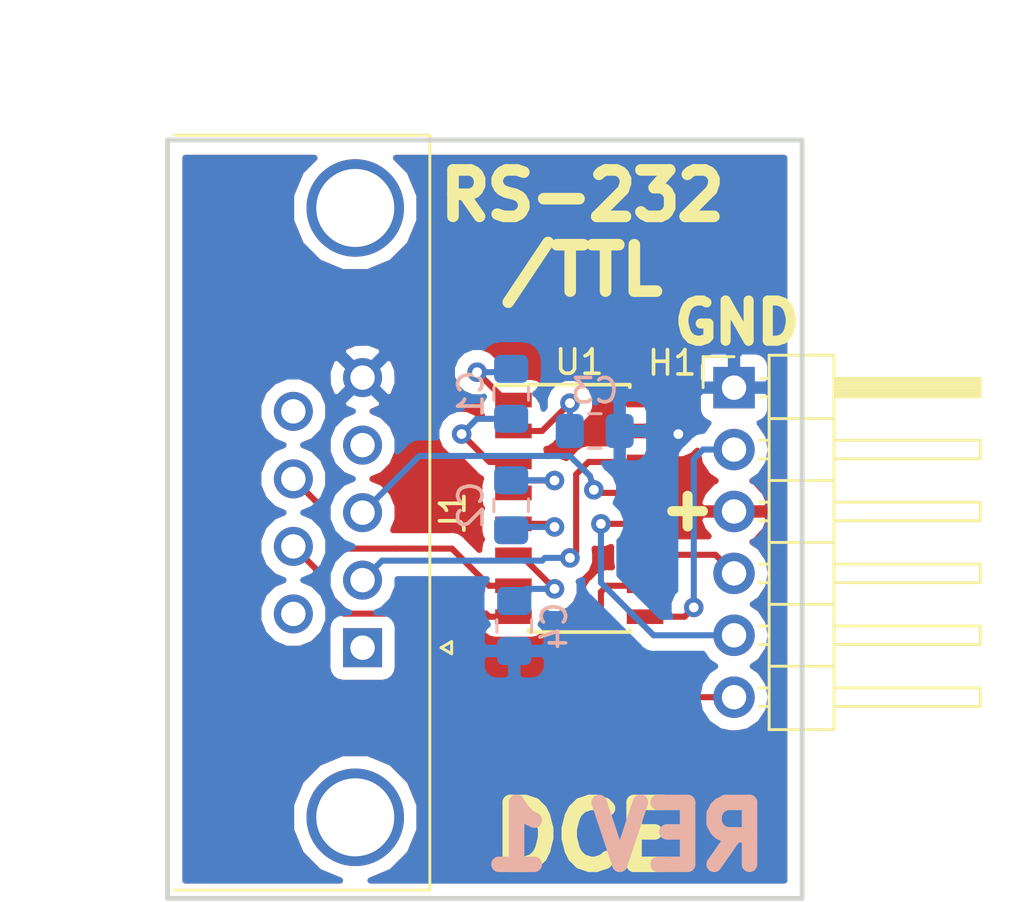
<source format=kicad_pcb>
(kicad_pcb (version 20171130) (host pcbnew "(5.0.2)-1")

  (general
    (thickness 1.6)
    (drawings 11)
    (tracks 84)
    (zones 0)
    (modules 7)
    (nets 18)
  )

  (page A4)
  (layers
    (0 F.Cu signal)
    (31 B.Cu signal)
    (32 B.Adhes user)
    (33 F.Adhes user)
    (34 B.Paste user hide)
    (35 F.Paste user)
    (36 B.SilkS user)
    (37 F.SilkS user)
    (38 B.Mask user)
    (39 F.Mask user)
    (40 Dwgs.User user)
    (41 Cmts.User user)
    (42 Eco1.User user)
    (43 Eco2.User user)
    (44 Edge.Cuts user)
    (45 Margin user)
    (46 B.CrtYd user hide)
    (47 F.CrtYd user hide)
    (48 B.Fab user hide)
    (49 F.Fab user hide)
  )

  (setup
    (last_trace_width 0.25)
    (trace_clearance 0.2)
    (zone_clearance 0.508)
    (zone_45_only no)
    (trace_min 0.2)
    (segment_width 0.2)
    (edge_width 0.15)
    (via_size 0.8)
    (via_drill 0.4)
    (via_min_size 0.4)
    (via_min_drill 0.3)
    (uvia_size 0.3)
    (uvia_drill 0.1)
    (uvias_allowed no)
    (uvia_min_size 0.2)
    (uvia_min_drill 0.1)
    (pcb_text_width 0.3)
    (pcb_text_size 1.5 1.5)
    (mod_edge_width 0.15)
    (mod_text_size 1 1)
    (mod_text_width 0.15)
    (pad_size 1.524 1.524)
    (pad_drill 0.762)
    (pad_to_mask_clearance 0.051)
    (solder_mask_min_width 0.25)
    (aux_axis_origin 0 0)
    (visible_elements 7FFFFFFF)
    (pcbplotparams
      (layerselection 0x010fc_ffffffff)
      (usegerberextensions false)
      (usegerberattributes false)
      (usegerberadvancedattributes false)
      (creategerberjobfile false)
      (excludeedgelayer true)
      (linewidth 0.100000)
      (plotframeref false)
      (viasonmask false)
      (mode 1)
      (useauxorigin false)
      (hpglpennumber 1)
      (hpglpenspeed 20)
      (hpglpendiameter 15.000000)
      (psnegative false)
      (psa4output false)
      (plotreference true)
      (plotvalue true)
      (plotinvisibletext false)
      (padsonsilk false)
      (subtractmaskfromsilk false)
      (outputformat 1)
      (mirror false)
      (drillshape 0)
      (scaleselection 1)
      (outputdirectory "plots/"))
  )

  (net 0 "")
  (net 1 "Net-(C1-Pad1)")
  (net 2 "Net-(C1-Pad2)")
  (net 3 "Net-(C2-Pad2)")
  (net 4 "Net-(C2-Pad1)")
  (net 5 GND)
  (net 6 "Net-(C3-Pad2)")
  (net 7 "Net-(C4-Pad2)")
  (net 8 /VCC)
  (net 9 /TXD)
  (net 10 /RXD)
  (net 11 /CTS)
  (net 12 /RTS)
  (net 13 "Net-(H1-Pad2)")
  (net 14 "Net-(H1-Pad4)")
  (net 15 "Net-(H1-Pad5)")
  (net 16 "Net-(H1-Pad6)")
  (net 17 "Net-(J1-Pad0)")

  (net_class Default "This is the default net class."
    (clearance 0.2)
    (trace_width 0.25)
    (via_dia 0.8)
    (via_drill 0.4)
    (uvia_dia 0.3)
    (uvia_drill 0.1)
    (add_net /CTS)
    (add_net /RTS)
    (add_net /RXD)
    (add_net /TXD)
    (add_net /VCC)
    (add_net GND)
    (add_net "Net-(C1-Pad1)")
    (add_net "Net-(C1-Pad2)")
    (add_net "Net-(C2-Pad1)")
    (add_net "Net-(C2-Pad2)")
    (add_net "Net-(C3-Pad2)")
    (add_net "Net-(C4-Pad2)")
    (add_net "Net-(H1-Pad2)")
    (add_net "Net-(H1-Pad4)")
    (add_net "Net-(H1-Pad5)")
    (add_net "Net-(H1-Pad6)")
    (add_net "Net-(J1-Pad0)")
  )

  (module Capacitor_SMD:C_0805_2012Metric_Pad1.15x1.40mm_HandSolder (layer B.Cu) (tedit 5B36C52B) (tstamp 5D73A77F)
    (at 14.097 10.414 270)
    (descr "Capacitor SMD 0805 (2012 Metric), square (rectangular) end terminal, IPC_7351 nominal with elongated pad for handsoldering. (Body size source: https://docs.google.com/spreadsheets/d/1BsfQQcO9C6DZCsRaXUlFlo91Tg2WpOkGARC1WS5S8t0/edit?usp=sharing), generated with kicad-footprint-generator")
    (tags "capacitor handsolder")
    (path /5D728776)
    (attr smd)
    (fp_text reference C1 (at 0 1.65 270) (layer B.SilkS)
      (effects (font (size 1 1) (thickness 0.15)) (justify mirror))
    )
    (fp_text value 0.1uF (at 0 -1.65 270) (layer B.Fab)
      (effects (font (size 1 1) (thickness 0.15)) (justify mirror))
    )
    (fp_line (start -1 -0.6) (end -1 0.6) (layer B.Fab) (width 0.1))
    (fp_line (start -1 0.6) (end 1 0.6) (layer B.Fab) (width 0.1))
    (fp_line (start 1 0.6) (end 1 -0.6) (layer B.Fab) (width 0.1))
    (fp_line (start 1 -0.6) (end -1 -0.6) (layer B.Fab) (width 0.1))
    (fp_line (start -0.261252 0.71) (end 0.261252 0.71) (layer B.SilkS) (width 0.12))
    (fp_line (start -0.261252 -0.71) (end 0.261252 -0.71) (layer B.SilkS) (width 0.12))
    (fp_line (start -1.85 -0.95) (end -1.85 0.95) (layer B.CrtYd) (width 0.05))
    (fp_line (start -1.85 0.95) (end 1.85 0.95) (layer B.CrtYd) (width 0.05))
    (fp_line (start 1.85 0.95) (end 1.85 -0.95) (layer B.CrtYd) (width 0.05))
    (fp_line (start 1.85 -0.95) (end -1.85 -0.95) (layer B.CrtYd) (width 0.05))
    (fp_text user %R (at -0.508 -1.397 270) (layer B.Fab)
      (effects (font (size 0.5 0.5) (thickness 0.08)) (justify mirror))
    )
    (pad 1 smd roundrect (at -1.025 0 270) (size 1.15 1.4) (layers B.Cu B.Paste B.Mask) (roundrect_rratio 0.217391)
      (net 1 "Net-(C1-Pad1)"))
    (pad 2 smd roundrect (at 1.025 0 270) (size 1.15 1.4) (layers B.Cu B.Paste B.Mask) (roundrect_rratio 0.217391)
      (net 2 "Net-(C1-Pad2)"))
    (model ${KISYS3DMOD}/Capacitor_SMD.3dshapes/C_0805_2012Metric.wrl
      (at (xyz 0 0 0))
      (scale (xyz 1 1 1))
      (rotate (xyz 0 0 0))
    )
  )

  (module Capacitor_SMD:C_0805_2012Metric_Pad1.15x1.40mm_HandSolder (layer B.Cu) (tedit 5B36C52B) (tstamp 5D73A790)
    (at 14.097 14.986 270)
    (descr "Capacitor SMD 0805 (2012 Metric), square (rectangular) end terminal, IPC_7351 nominal with elongated pad for handsoldering. (Body size source: https://docs.google.com/spreadsheets/d/1BsfQQcO9C6DZCsRaXUlFlo91Tg2WpOkGARC1WS5S8t0/edit?usp=sharing), generated with kicad-footprint-generator")
    (tags "capacitor handsolder")
    (path /5D728CCE)
    (attr smd)
    (fp_text reference C2 (at 0 1.65 270) (layer B.SilkS)
      (effects (font (size 1 1) (thickness 0.15)) (justify mirror))
    )
    (fp_text value 0.1uF (at 0 -1.65 270) (layer B.Fab)
      (effects (font (size 1 1) (thickness 0.15)) (justify mirror))
    )
    (fp_text user %R (at 0 0 270) (layer B.Fab)
      (effects (font (size 0.5 0.5) (thickness 0.08)) (justify mirror))
    )
    (fp_line (start 1.85 -0.95) (end -1.85 -0.95) (layer B.CrtYd) (width 0.05))
    (fp_line (start 1.85 0.95) (end 1.85 -0.95) (layer B.CrtYd) (width 0.05))
    (fp_line (start -1.85 0.95) (end 1.85 0.95) (layer B.CrtYd) (width 0.05))
    (fp_line (start -1.85 -0.95) (end -1.85 0.95) (layer B.CrtYd) (width 0.05))
    (fp_line (start -0.261252 -0.71) (end 0.261252 -0.71) (layer B.SilkS) (width 0.12))
    (fp_line (start -0.261252 0.71) (end 0.261252 0.71) (layer B.SilkS) (width 0.12))
    (fp_line (start 1 -0.6) (end -1 -0.6) (layer B.Fab) (width 0.1))
    (fp_line (start 1 0.6) (end 1 -0.6) (layer B.Fab) (width 0.1))
    (fp_line (start -1 0.6) (end 1 0.6) (layer B.Fab) (width 0.1))
    (fp_line (start -1 -0.6) (end -1 0.6) (layer B.Fab) (width 0.1))
    (pad 2 smd roundrect (at 1.025 0 270) (size 1.15 1.4) (layers B.Cu B.Paste B.Mask) (roundrect_rratio 0.217391)
      (net 3 "Net-(C2-Pad2)"))
    (pad 1 smd roundrect (at -1.025 0 270) (size 1.15 1.4) (layers B.Cu B.Paste B.Mask) (roundrect_rratio 0.217391)
      (net 4 "Net-(C2-Pad1)"))
    (model ${KISYS3DMOD}/Capacitor_SMD.3dshapes/C_0805_2012Metric.wrl
      (at (xyz 0 0 0))
      (scale (xyz 1 1 1))
      (rotate (xyz 0 0 0))
    )
  )

  (module Capacitor_SMD:C_0805_2012Metric_Pad1.15x1.40mm_HandSolder (layer B.Cu) (tedit 5B36C52B) (tstamp 5D73A7A1)
    (at 17.526 11.938 180)
    (descr "Capacitor SMD 0805 (2012 Metric), square (rectangular) end terminal, IPC_7351 nominal with elongated pad for handsoldering. (Body size source: https://docs.google.com/spreadsheets/d/1BsfQQcO9C6DZCsRaXUlFlo91Tg2WpOkGARC1WS5S8t0/edit?usp=sharing), generated with kicad-footprint-generator")
    (tags "capacitor handsolder")
    (path /5D728CF8)
    (attr smd)
    (fp_text reference C3 (at 0 1.65 180) (layer B.SilkS)
      (effects (font (size 1 1) (thickness 0.15)) (justify mirror))
    )
    (fp_text value 0.1uF (at 0 -1.65 180) (layer B.Fab)
      (effects (font (size 1 1) (thickness 0.15)) (justify mirror))
    )
    (fp_line (start -1 -0.6) (end -1 0.6) (layer B.Fab) (width 0.1))
    (fp_line (start -1 0.6) (end 1 0.6) (layer B.Fab) (width 0.1))
    (fp_line (start 1 0.6) (end 1 -0.6) (layer B.Fab) (width 0.1))
    (fp_line (start 1 -0.6) (end -1 -0.6) (layer B.Fab) (width 0.1))
    (fp_line (start -0.261252 0.71) (end 0.261252 0.71) (layer B.SilkS) (width 0.12))
    (fp_line (start -0.261252 -0.71) (end 0.261252 -0.71) (layer B.SilkS) (width 0.12))
    (fp_line (start -1.85 -0.95) (end -1.85 0.95) (layer B.CrtYd) (width 0.05))
    (fp_line (start -1.85 0.95) (end 1.85 0.95) (layer B.CrtYd) (width 0.05))
    (fp_line (start 1.85 0.95) (end 1.85 -0.95) (layer B.CrtYd) (width 0.05))
    (fp_line (start 1.85 -0.95) (end -1.85 -0.95) (layer B.CrtYd) (width 0.05))
    (fp_text user %R (at 0 0 180) (layer B.Fab)
      (effects (font (size 0.5 0.5) (thickness 0.08)) (justify mirror))
    )
    (pad 1 smd roundrect (at -1.025 0 180) (size 1.15 1.4) (layers B.Cu B.Paste B.Mask) (roundrect_rratio 0.217391)
      (net 5 GND))
    (pad 2 smd roundrect (at 1.025 0 180) (size 1.15 1.4) (layers B.Cu B.Paste B.Mask) (roundrect_rratio 0.217391)
      (net 6 "Net-(C3-Pad2)"))
    (model ${KISYS3DMOD}/Capacitor_SMD.3dshapes/C_0805_2012Metric.wrl
      (at (xyz 0 0 0))
      (scale (xyz 1 1 1))
      (rotate (xyz 0 0 0))
    )
  )

  (module Capacitor_SMD:C_0805_2012Metric_Pad1.15x1.40mm_HandSolder (layer B.Cu) (tedit 5B36C52B) (tstamp 5D73A7B2)
    (at 14.224 19.939 90)
    (descr "Capacitor SMD 0805 (2012 Metric), square (rectangular) end terminal, IPC_7351 nominal with elongated pad for handsoldering. (Body size source: https://docs.google.com/spreadsheets/d/1BsfQQcO9C6DZCsRaXUlFlo91Tg2WpOkGARC1WS5S8t0/edit?usp=sharing), generated with kicad-footprint-generator")
    (tags "capacitor handsolder")
    (path /5D728D2A)
    (attr smd)
    (fp_text reference C4 (at 0 1.65 90) (layer B.SilkS)
      (effects (font (size 1 1) (thickness 0.15)) (justify mirror))
    )
    (fp_text value 0.1uF (at 0 -1.65 90) (layer B.Fab)
      (effects (font (size 1 1) (thickness 0.15)) (justify mirror))
    )
    (fp_text user %R (at 0 0 90) (layer B.Fab)
      (effects (font (size 0.5 0.5) (thickness 0.08)) (justify mirror))
    )
    (fp_line (start 1.85 -0.95) (end -1.85 -0.95) (layer B.CrtYd) (width 0.05))
    (fp_line (start 1.85 0.95) (end 1.85 -0.95) (layer B.CrtYd) (width 0.05))
    (fp_line (start -1.85 0.95) (end 1.85 0.95) (layer B.CrtYd) (width 0.05))
    (fp_line (start -1.85 -0.95) (end -1.85 0.95) (layer B.CrtYd) (width 0.05))
    (fp_line (start -0.261252 -0.71) (end 0.261252 -0.71) (layer B.SilkS) (width 0.12))
    (fp_line (start -0.261252 0.71) (end 0.261252 0.71) (layer B.SilkS) (width 0.12))
    (fp_line (start 1 -0.6) (end -1 -0.6) (layer B.Fab) (width 0.1))
    (fp_line (start 1 0.6) (end 1 -0.6) (layer B.Fab) (width 0.1))
    (fp_line (start -1 0.6) (end 1 0.6) (layer B.Fab) (width 0.1))
    (fp_line (start -1 -0.6) (end -1 0.6) (layer B.Fab) (width 0.1))
    (pad 2 smd roundrect (at 1.025 0 90) (size 1.15 1.4) (layers B.Cu B.Paste B.Mask) (roundrect_rratio 0.217391)
      (net 7 "Net-(C4-Pad2)"))
    (pad 1 smd roundrect (at -1.025 0 90) (size 1.15 1.4) (layers B.Cu B.Paste B.Mask) (roundrect_rratio 0.217391)
      (net 5 GND))
    (model ${KISYS3DMOD}/Capacitor_SMD.3dshapes/C_0805_2012Metric.wrl
      (at (xyz 0 0 0))
      (scale (xyz 1 1 1))
      (rotate (xyz 0 0 0))
    )
  )

  (module Connector_PinHeader_2.54mm:PinHeader_1x06_P2.54mm_Horizontal (layer F.Cu) (tedit 5D7597C5) (tstamp 5D73A819)
    (at 23.241 10.16)
    (descr "Through hole angled pin header, 1x06, 2.54mm pitch, 6mm pin length, single row")
    (tags "Through hole angled pin header THT 1x06 2.54mm single row")
    (path /5D75AD29)
    (fp_text reference H1 (at -2.54 -1.016) (layer F.SilkS)
      (effects (font (size 1 1) (thickness 0.15)))
    )
    (fp_text value FTDI-Slave (at 4.385 14.97) (layer F.Fab)
      (effects (font (size 1 1) (thickness 0.15)))
    )
    (fp_line (start 2.135 -1.27) (end 4.04 -1.27) (layer F.Fab) (width 0.1))
    (fp_line (start 4.04 -1.27) (end 4.04 13.97) (layer F.Fab) (width 0.1))
    (fp_line (start 4.04 13.97) (end 1.5 13.97) (layer F.Fab) (width 0.1))
    (fp_line (start 1.5 13.97) (end 1.5 -0.635) (layer F.Fab) (width 0.1))
    (fp_line (start 1.5 -0.635) (end 2.135 -1.27) (layer F.Fab) (width 0.1))
    (fp_line (start -0.32 -0.32) (end 1.5 -0.32) (layer F.Fab) (width 0.1))
    (fp_line (start -0.32 -0.32) (end -0.32 0.32) (layer F.Fab) (width 0.1))
    (fp_line (start -0.32 0.32) (end 1.5 0.32) (layer F.Fab) (width 0.1))
    (fp_line (start 4.04 -0.32) (end 10.04 -0.32) (layer F.Fab) (width 0.1))
    (fp_line (start 10.04 -0.32) (end 10.04 0.32) (layer F.Fab) (width 0.1))
    (fp_line (start 4.04 0.32) (end 10.04 0.32) (layer F.Fab) (width 0.1))
    (fp_line (start -0.32 2.22) (end 1.5 2.22) (layer F.Fab) (width 0.1))
    (fp_line (start -0.32 2.22) (end -0.32 2.86) (layer F.Fab) (width 0.1))
    (fp_line (start -0.32 2.86) (end 1.5 2.86) (layer F.Fab) (width 0.1))
    (fp_line (start 4.04 2.22) (end 10.04 2.22) (layer F.Fab) (width 0.1))
    (fp_line (start 10.04 2.22) (end 10.04 2.86) (layer F.Fab) (width 0.1))
    (fp_line (start 4.04 2.86) (end 10.04 2.86) (layer F.Fab) (width 0.1))
    (fp_line (start -0.32 4.76) (end 1.5 4.76) (layer F.Fab) (width 0.1))
    (fp_line (start -0.32 4.76) (end -0.32 5.4) (layer F.Fab) (width 0.1))
    (fp_line (start -0.32 5.4) (end 1.5 5.4) (layer F.Fab) (width 0.1))
    (fp_line (start 4.04 4.76) (end 10.04 4.76) (layer F.Fab) (width 0.1))
    (fp_line (start 10.04 4.76) (end 10.04 5.4) (layer F.Fab) (width 0.1))
    (fp_line (start 4.04 5.4) (end 10.04 5.4) (layer F.Fab) (width 0.1))
    (fp_line (start -0.32 7.3) (end 1.5 7.3) (layer F.Fab) (width 0.1))
    (fp_line (start -0.32 7.3) (end -0.32 7.94) (layer F.Fab) (width 0.1))
    (fp_line (start -0.32 7.94) (end 1.5 7.94) (layer F.Fab) (width 0.1))
    (fp_line (start 4.04 7.3) (end 10.04 7.3) (layer F.Fab) (width 0.1))
    (fp_line (start 10.04 7.3) (end 10.04 7.94) (layer F.Fab) (width 0.1))
    (fp_line (start 4.04 7.94) (end 10.04 7.94) (layer F.Fab) (width 0.1))
    (fp_line (start -0.32 9.84) (end 1.5 9.84) (layer F.Fab) (width 0.1))
    (fp_line (start -0.32 9.84) (end -0.32 10.48) (layer F.Fab) (width 0.1))
    (fp_line (start -0.32 10.48) (end 1.5 10.48) (layer F.Fab) (width 0.1))
    (fp_line (start 4.04 9.84) (end 10.04 9.84) (layer F.Fab) (width 0.1))
    (fp_line (start 10.04 9.84) (end 10.04 10.48) (layer F.Fab) (width 0.1))
    (fp_line (start 4.04 10.48) (end 10.04 10.48) (layer F.Fab) (width 0.1))
    (fp_line (start -0.32 12.38) (end 1.5 12.38) (layer F.Fab) (width 0.1))
    (fp_line (start -0.32 12.38) (end -0.32 13.02) (layer F.Fab) (width 0.1))
    (fp_line (start -0.32 13.02) (end 1.5 13.02) (layer F.Fab) (width 0.1))
    (fp_line (start 4.04 12.38) (end 10.04 12.38) (layer F.Fab) (width 0.1))
    (fp_line (start 10.04 12.38) (end 10.04 13.02) (layer F.Fab) (width 0.1))
    (fp_line (start 4.04 13.02) (end 10.04 13.02) (layer F.Fab) (width 0.1))
    (fp_line (start 1.44 -1.33) (end 1.44 14.03) (layer F.SilkS) (width 0.12))
    (fp_line (start 1.44 14.03) (end 4.1 14.03) (layer F.SilkS) (width 0.12))
    (fp_line (start 4.1 14.03) (end 4.1 -1.33) (layer F.SilkS) (width 0.12))
    (fp_line (start 4.1 -1.33) (end 1.44 -1.33) (layer F.SilkS) (width 0.12))
    (fp_line (start 4.1 -0.38) (end 10.1 -0.38) (layer F.SilkS) (width 0.12))
    (fp_line (start 10.1 -0.38) (end 10.1 0.38) (layer F.SilkS) (width 0.12))
    (fp_line (start 10.1 0.38) (end 4.1 0.38) (layer F.SilkS) (width 0.12))
    (fp_line (start 4.1 -0.32) (end 10.1 -0.32) (layer F.SilkS) (width 0.12))
    (fp_line (start 4.1 -0.2) (end 10.1 -0.2) (layer F.SilkS) (width 0.12))
    (fp_line (start 4.1 -0.08) (end 10.1 -0.08) (layer F.SilkS) (width 0.12))
    (fp_line (start 4.1 0.04) (end 10.1 0.04) (layer F.SilkS) (width 0.12))
    (fp_line (start 4.1 0.16) (end 10.1 0.16) (layer F.SilkS) (width 0.12))
    (fp_line (start 4.1 0.28) (end 10.1 0.28) (layer F.SilkS) (width 0.12))
    (fp_line (start 1.11 -0.38) (end 1.44 -0.38) (layer F.SilkS) (width 0.12))
    (fp_line (start 1.11 0.38) (end 1.44 0.38) (layer F.SilkS) (width 0.12))
    (fp_line (start 1.44 1.27) (end 4.1 1.27) (layer F.SilkS) (width 0.12))
    (fp_line (start 4.1 2.16) (end 10.1 2.16) (layer F.SilkS) (width 0.12))
    (fp_line (start 10.1 2.16) (end 10.1 2.92) (layer F.SilkS) (width 0.12))
    (fp_line (start 10.1 2.92) (end 4.1 2.92) (layer F.SilkS) (width 0.12))
    (fp_line (start 1.042929 2.16) (end 1.44 2.16) (layer F.SilkS) (width 0.12))
    (fp_line (start 1.042929 2.92) (end 1.44 2.92) (layer F.SilkS) (width 0.12))
    (fp_line (start 1.44 3.81) (end 4.1 3.81) (layer F.SilkS) (width 0.12))
    (fp_line (start 4.1 4.7) (end 10.1 4.7) (layer F.SilkS) (width 0.12))
    (fp_line (start 10.1 4.7) (end 10.1 5.46) (layer F.SilkS) (width 0.12))
    (fp_line (start 10.1 5.46) (end 4.1 5.46) (layer F.SilkS) (width 0.12))
    (fp_line (start 1.042929 4.7) (end 1.44 4.7) (layer F.SilkS) (width 0.12))
    (fp_line (start 1.042929 5.46) (end 1.44 5.46) (layer F.SilkS) (width 0.12))
    (fp_line (start 1.44 6.35) (end 4.1 6.35) (layer F.SilkS) (width 0.12))
    (fp_line (start 4.1 7.24) (end 10.1 7.24) (layer F.SilkS) (width 0.12))
    (fp_line (start 10.1 7.24) (end 10.1 8) (layer F.SilkS) (width 0.12))
    (fp_line (start 10.1 8) (end 4.1 8) (layer F.SilkS) (width 0.12))
    (fp_line (start 1.042929 7.24) (end 1.44 7.24) (layer F.SilkS) (width 0.12))
    (fp_line (start 1.042929 8) (end 1.44 8) (layer F.SilkS) (width 0.12))
    (fp_line (start 1.44 8.89) (end 4.1 8.89) (layer F.SilkS) (width 0.12))
    (fp_line (start 4.1 9.78) (end 10.1 9.78) (layer F.SilkS) (width 0.12))
    (fp_line (start 10.1 9.78) (end 10.1 10.54) (layer F.SilkS) (width 0.12))
    (fp_line (start 10.1 10.54) (end 4.1 10.54) (layer F.SilkS) (width 0.12))
    (fp_line (start 1.042929 9.78) (end 1.44 9.78) (layer F.SilkS) (width 0.12))
    (fp_line (start 1.042929 10.54) (end 1.44 10.54) (layer F.SilkS) (width 0.12))
    (fp_line (start 1.44 11.43) (end 4.1 11.43) (layer F.SilkS) (width 0.12))
    (fp_line (start 4.1 12.32) (end 10.1 12.32) (layer F.SilkS) (width 0.12))
    (fp_line (start 10.1 12.32) (end 10.1 13.08) (layer F.SilkS) (width 0.12))
    (fp_line (start 10.1 13.08) (end 4.1 13.08) (layer F.SilkS) (width 0.12))
    (fp_line (start 1.042929 12.32) (end 1.44 12.32) (layer F.SilkS) (width 0.12))
    (fp_line (start 1.042929 13.08) (end 1.44 13.08) (layer F.SilkS) (width 0.12))
    (fp_line (start -1.27 0) (end -1.27 -1.27) (layer F.SilkS) (width 0.12))
    (fp_line (start -1.27 -1.27) (end 0 -1.27) (layer F.SilkS) (width 0.12))
    (fp_line (start -1.8 -1.8) (end -1.8 14.5) (layer F.CrtYd) (width 0.05))
    (fp_line (start -1.8 14.5) (end 10.55 14.5) (layer F.CrtYd) (width 0.05))
    (fp_line (start 10.55 14.5) (end 10.55 -1.8) (layer F.CrtYd) (width 0.05))
    (fp_line (start 10.55 -1.8) (end -1.8 -1.8) (layer F.CrtYd) (width 0.05))
    (fp_text user %R (at 2.77 6.35 90) (layer F.Fab)
      (effects (font (size 1 1) (thickness 0.15)))
    )
    (pad 1 thru_hole rect (at 0 0) (size 1.7 1.7) (drill 1) (layers *.Cu *.Mask)
      (net 5 GND))
    (pad 2 thru_hole oval (at 0 2.54) (size 1.7 1.7) (drill 1) (layers *.Cu *.Mask)
      (net 13 "Net-(H1-Pad2)"))
    (pad 3 thru_hole oval (at 0 5.08) (size 1.7 1.7) (drill 1) (layers *.Cu *.Mask)
      (net 8 /VCC))
    (pad 4 thru_hole oval (at 0 7.62) (size 1.7 1.7) (drill 1) (layers *.Cu *.Mask)
      (net 14 "Net-(H1-Pad4)"))
    (pad 5 thru_hole oval (at 0 10.16) (size 1.7 1.7) (drill 1) (layers *.Cu *.Mask)
      (net 15 "Net-(H1-Pad5)"))
    (pad 6 thru_hole oval (at 0 12.7) (size 1.7 1.7) (drill 1) (layers *.Cu *.Mask)
      (net 16 "Net-(H1-Pad6)"))
    (model ${KISYS3DMOD}/Connector_PinHeader_2.54mm.3dshapes/PinHeader_1x06_P2.54mm_Horizontal.wrl
      (at (xyz 0 0 0))
      (scale (xyz 1 1 1))
      (rotate (xyz 0 0 0))
    )
  )

  (module Connector_Dsub:DSUB-9_Female_Horizontal_P2.77x2.84mm_EdgePinOffset4.94mm_Housed_MountingHolesOffset7.48mm (layer F.Cu) (tedit 5D7597BC) (tstamp 5D73A84D)
    (at 8.001 20.828 270)
    (descr "9-pin D-Sub connector, horizontal/angled (90 deg), THT-mount, female, pitch 2.77x2.84mm, pin-PCB-offset 4.9399999999999995mm, distance of mounting holes 25mm, distance of mounting holes to PCB edge 7.4799999999999995mm, see https://disti-assets.s3.amazonaws.com/tonar/files/datasheets/16730.pdf")
    (tags "9-pin D-Sub connector horizontal angled 90deg THT female pitch 2.77x2.84mm pin-PCB-offset 4.9399999999999995mm mounting-holes-distance 25mm mounting-hole-offset 25mm")
    (path /5D72871A)
    (fp_text reference J1 (at -5.54 -3.7 270) (layer F.SilkS)
      (effects (font (size 1 1) (thickness 0.15)))
    )
    (fp_text value DB9_Female_MountingHoles (at -5.54 15.85 270) (layer F.Fab)
      (effects (font (size 1 1) (thickness 0.15)))
    )
    (fp_arc (start -18.04 0.3) (end -19.64 0.3) (angle 180) (layer F.Fab) (width 0.1))
    (fp_arc (start 6.96 0.3) (end 5.36 0.3) (angle 180) (layer F.Fab) (width 0.1))
    (fp_line (start -20.965 -2.7) (end -20.965 7.78) (layer F.Fab) (width 0.1))
    (fp_line (start -20.965 7.78) (end 9.885 7.78) (layer F.Fab) (width 0.1))
    (fp_line (start 9.885 7.78) (end 9.885 -2.7) (layer F.Fab) (width 0.1))
    (fp_line (start 9.885 -2.7) (end -20.965 -2.7) (layer F.Fab) (width 0.1))
    (fp_line (start -20.965 7.78) (end -20.965 8.18) (layer F.Fab) (width 0.1))
    (fp_line (start -20.965 8.18) (end 9.885 8.18) (layer F.Fab) (width 0.1))
    (fp_line (start 9.885 8.18) (end 9.885 7.78) (layer F.Fab) (width 0.1))
    (fp_line (start 9.885 7.78) (end -20.965 7.78) (layer F.Fab) (width 0.1))
    (fp_line (start -13.69 8.18) (end -13.69 14.35) (layer F.Fab) (width 0.1))
    (fp_line (start -13.69 14.35) (end 2.61 14.35) (layer F.Fab) (width 0.1))
    (fp_line (start 2.61 14.35) (end 2.61 8.18) (layer F.Fab) (width 0.1))
    (fp_line (start 2.61 8.18) (end -13.69 8.18) (layer F.Fab) (width 0.1))
    (fp_line (start -20.54 8.18) (end -20.54 13.18) (layer F.Fab) (width 0.1))
    (fp_line (start -20.54 13.18) (end -15.54 13.18) (layer F.Fab) (width 0.1))
    (fp_line (start -15.54 13.18) (end -15.54 8.18) (layer F.Fab) (width 0.1))
    (fp_line (start -15.54 8.18) (end -20.54 8.18) (layer F.Fab) (width 0.1))
    (fp_line (start 4.46 8.18) (end 4.46 13.18) (layer F.Fab) (width 0.1))
    (fp_line (start 4.46 13.18) (end 9.46 13.18) (layer F.Fab) (width 0.1))
    (fp_line (start 9.46 13.18) (end 9.46 8.18) (layer F.Fab) (width 0.1))
    (fp_line (start 9.46 8.18) (end 4.46 8.18) (layer F.Fab) (width 0.1))
    (fp_line (start -19.64 7.78) (end -19.64 0.3) (layer F.Fab) (width 0.1))
    (fp_line (start -16.44 7.78) (end -16.44 0.3) (layer F.Fab) (width 0.1))
    (fp_line (start 5.36 7.78) (end 5.36 0.3) (layer F.Fab) (width 0.1))
    (fp_line (start 8.56 7.78) (end 8.56 0.3) (layer F.Fab) (width 0.1))
    (fp_line (start -21.025 7.72) (end -21.025 -2.76) (layer F.SilkS) (width 0.12))
    (fp_line (start -21.025 -2.76) (end 9.945 -2.76) (layer F.SilkS) (width 0.12))
    (fp_line (start 9.945 -2.76) (end 9.945 7.72) (layer F.SilkS) (width 0.12))
    (fp_line (start -0.25 -3.654338) (end 0.25 -3.654338) (layer F.SilkS) (width 0.12))
    (fp_line (start 0.25 -3.654338) (end 0 -3.221325) (layer F.SilkS) (width 0.12))
    (fp_line (start 0 -3.221325) (end -0.25 -3.654338) (layer F.SilkS) (width 0.12))
    (fp_line (start -21.5 -3.25) (end -21.5 14.85) (layer F.CrtYd) (width 0.05))
    (fp_line (start -21.5 14.85) (end 10.4 14.85) (layer F.CrtYd) (width 0.05))
    (fp_line (start 10.4 14.85) (end 10.4 -3.25) (layer F.CrtYd) (width 0.05))
    (fp_line (start 10.4 -3.25) (end -21.5 -3.25) (layer F.CrtYd) (width 0.05))
    (fp_text user %R (at -5.54 11.265 270) (layer F.Fab)
      (effects (font (size 1 1) (thickness 0.15)))
    )
    (pad 1 thru_hole rect (at 0 0 270) (size 1.6 1.6) (drill 1) (layers *.Cu *.Mask))
    (pad 2 thru_hole circle (at -2.77 0 270) (size 1.6 1.6) (drill 1) (layers *.Cu *.Mask)
      (net 9 /TXD))
    (pad 3 thru_hole circle (at -5.54 0 270) (size 1.6 1.6) (drill 1) (layers *.Cu *.Mask)
      (net 10 /RXD))
    (pad 4 thru_hole circle (at -8.31 0 270) (size 1.6 1.6) (drill 1) (layers *.Cu *.Mask))
    (pad 5 thru_hole circle (at -11.08 0 270) (size 1.6 1.6) (drill 1) (layers *.Cu *.Mask)
      (net 5 GND))
    (pad 6 thru_hole circle (at -1.385 2.84 270) (size 1.6 1.6) (drill 1) (layers *.Cu *.Mask))
    (pad 7 thru_hole circle (at -4.155 2.84 270) (size 1.6 1.6) (drill 1) (layers *.Cu *.Mask)
      (net 11 /CTS))
    (pad 8 thru_hole circle (at -6.925 2.84 270) (size 1.6 1.6) (drill 1) (layers *.Cu *.Mask)
      (net 12 /RTS))
    (pad 9 thru_hole circle (at -9.695 2.84 270) (size 1.6 1.6) (drill 1) (layers *.Cu *.Mask))
    (pad 0 thru_hole circle (at -18.04 0.3 270) (size 4 4) (drill 3.2) (layers *.Cu *.Mask)
      (net 17 "Net-(J1-Pad0)"))
    (pad 0 thru_hole circle (at 6.96 0.3 270) (size 4 4) (drill 3.2) (layers *.Cu *.Mask)
      (net 17 "Net-(J1-Pad0)"))
    (model ${KISYS3DMOD}/Connector_Dsub.3dshapes/DSUB-9_Female_Horizontal_P2.77x2.84mm_EdgePinOffset4.94mm_Housed_MountingHolesOffset7.48mm.wrl
      (at (xyz 0 0 0))
      (scale (xyz 1 1 1))
      (rotate (xyz 0 0 0))
    )
  )

  (module Package_SO:SOIC-16_3.9x9.9mm_P1.27mm (layer F.Cu) (tedit 5A02F2D3) (tstamp 5D73A872)
    (at 16.891 15.113)
    (descr "16-Lead Plastic Small Outline (SL) - Narrow, 3.90 mm Body [SOIC] (see Microchip Packaging Specification 00000049BS.pdf)")
    (tags "SOIC 1.27")
    (path /5D7285AB)
    (attr smd)
    (fp_text reference U1 (at 0 -6) (layer F.SilkS)
      (effects (font (size 1 1) (thickness 0.15)))
    )
    (fp_text value ICL3232 (at 0 6) (layer F.Fab)
      (effects (font (size 1 1) (thickness 0.15)))
    )
    (fp_text user %R (at 0 0) (layer F.Fab)
      (effects (font (size 0.9 0.9) (thickness 0.135)))
    )
    (fp_line (start -0.95 -4.95) (end 1.95 -4.95) (layer F.Fab) (width 0.15))
    (fp_line (start 1.95 -4.95) (end 1.95 4.95) (layer F.Fab) (width 0.15))
    (fp_line (start 1.95 4.95) (end -1.95 4.95) (layer F.Fab) (width 0.15))
    (fp_line (start -1.95 4.95) (end -1.95 -3.95) (layer F.Fab) (width 0.15))
    (fp_line (start -1.95 -3.95) (end -0.95 -4.95) (layer F.Fab) (width 0.15))
    (fp_line (start -3.7 -5.25) (end -3.7 5.25) (layer F.CrtYd) (width 0.05))
    (fp_line (start 3.7 -5.25) (end 3.7 5.25) (layer F.CrtYd) (width 0.05))
    (fp_line (start -3.7 -5.25) (end 3.7 -5.25) (layer F.CrtYd) (width 0.05))
    (fp_line (start -3.7 5.25) (end 3.7 5.25) (layer F.CrtYd) (width 0.05))
    (fp_line (start -2.075 -5.075) (end -2.075 -5.05) (layer F.SilkS) (width 0.15))
    (fp_line (start 2.075 -5.075) (end 2.075 -4.97) (layer F.SilkS) (width 0.15))
    (fp_line (start 2.075 5.075) (end 2.075 4.97) (layer F.SilkS) (width 0.15))
    (fp_line (start -2.075 5.075) (end -2.075 4.97) (layer F.SilkS) (width 0.15))
    (fp_line (start -2.075 -5.075) (end 2.075 -5.075) (layer F.SilkS) (width 0.15))
    (fp_line (start -2.075 5.075) (end 2.075 5.075) (layer F.SilkS) (width 0.15))
    (fp_line (start -2.075 -5.05) (end -3.45 -5.05) (layer F.SilkS) (width 0.15))
    (pad 1 smd rect (at -2.7 -4.445) (size 1.5 0.6) (layers F.Cu F.Paste F.Mask)
      (net 1 "Net-(C1-Pad1)"))
    (pad 2 smd rect (at -2.7 -3.175) (size 1.5 0.6) (layers F.Cu F.Paste F.Mask)
      (net 6 "Net-(C3-Pad2)"))
    (pad 3 smd rect (at -2.7 -1.905) (size 1.5 0.6) (layers F.Cu F.Paste F.Mask)
      (net 2 "Net-(C1-Pad2)"))
    (pad 4 smd rect (at -2.7 -0.635) (size 1.5 0.6) (layers F.Cu F.Paste F.Mask)
      (net 4 "Net-(C2-Pad1)"))
    (pad 5 smd rect (at -2.7 0.635) (size 1.5 0.6) (layers F.Cu F.Paste F.Mask)
      (net 3 "Net-(C2-Pad2)"))
    (pad 6 smd rect (at -2.7 1.905) (size 1.5 0.6) (layers F.Cu F.Paste F.Mask)
      (net 7 "Net-(C4-Pad2)"))
    (pad 7 smd rect (at -2.7 3.175) (size 1.5 0.6) (layers F.Cu F.Paste F.Mask)
      (net 12 /RTS))
    (pad 8 smd rect (at -2.7 4.445) (size 1.5 0.6) (layers F.Cu F.Paste F.Mask)
      (net 11 /CTS))
    (pad 9 smd rect (at 2.7 4.445) (size 1.5 0.6) (layers F.Cu F.Paste F.Mask)
      (net 13 "Net-(H1-Pad2)"))
    (pad 10 smd rect (at 2.7 3.175) (size 1.5 0.6) (layers F.Cu F.Paste F.Mask)
      (net 16 "Net-(H1-Pad6)"))
    (pad 11 smd rect (at 2.7 1.905) (size 1.5 0.6) (layers F.Cu F.Paste F.Mask)
      (net 14 "Net-(H1-Pad4)"))
    (pad 12 smd rect (at 2.7 0.635) (size 1.5 0.6) (layers F.Cu F.Paste F.Mask)
      (net 15 "Net-(H1-Pad5)"))
    (pad 13 smd rect (at 2.7 -0.635) (size 1.5 0.6) (layers F.Cu F.Paste F.Mask)
      (net 10 /RXD))
    (pad 14 smd rect (at 2.7 -1.905) (size 1.5 0.6) (layers F.Cu F.Paste F.Mask)
      (net 9 /TXD))
    (pad 15 smd rect (at 2.7 -3.175) (size 1.5 0.6) (layers F.Cu F.Paste F.Mask)
      (net 5 GND))
    (pad 16 smd rect (at 2.7 -4.445) (size 1.5 0.6) (layers F.Cu F.Paste F.Mask)
      (net 8 /VCC))
    (model ${KISYS3DMOD}/Package_SO.3dshapes/SOIC-16_3.9x9.9mm_P1.27mm.wrl
      (at (xyz 0 0 0))
      (scale (xyz 1 1 1))
      (rotate (xyz 0 0 0))
    )
  )

  (gr_text "REV 1" (at 18.796 28.575) (layer B.SilkS) (tstamp 5D759E87)
    (effects (font (size 2.54 2.54) (thickness 0.635)) (justify mirror))
  )
  (gr_text + (at 21.336 15.113) (layer F.SilkS) (tstamp 5D759E02)
    (effects (font (size 1.651 1.651) (thickness 0.41275)))
  )
  (gr_text GND (at 23.368 7.493) (layer F.SilkS) (tstamp 5D73B82D)
    (effects (font (size 1.651 1.651) (thickness 0.41275)))
  )
  (gr_text "RS-232\n/TTL" (at 17.018 3.81) (layer F.SilkS) (tstamp 5D73B824)
    (effects (font (size 1.905 1.905) (thickness 0.47625)))
  )
  (gr_text DCE (at 17.145 28.575) (layer F.SilkS)
    (effects (font (size 2.54 2.54) (thickness 0.635)))
  )
  (dimension 31.115 (width 0.3) (layer Dwgs.User)
    (gr_text "1.2250 in" (at 33.215 15.5575 270) (layer Dwgs.User)
      (effects (font (size 1.5 1.5) (thickness 0.3)))
    )
    (feature1 (pts (xy 26.035 31.115) (xy 31.701421 31.115)))
    (feature2 (pts (xy 26.035 0) (xy 31.701421 0)))
    (crossbar (pts (xy 31.115 0) (xy 31.115 31.115)))
    (arrow1a (pts (xy 31.115 31.115) (xy 30.528579 29.988496)))
    (arrow1b (pts (xy 31.115 31.115) (xy 31.701421 29.988496)))
    (arrow2a (pts (xy 31.115 0) (xy 30.528579 1.126504)))
    (arrow2b (pts (xy 31.115 0) (xy 31.701421 1.126504)))
  )
  (dimension 26.035 (width 0.3) (layer Dwgs.User)
    (gr_text "1.0250 in" (at 13.0175 -4.64) (layer Dwgs.User)
      (effects (font (size 1.5 1.5) (thickness 0.3)))
    )
    (feature1 (pts (xy 26.035 0) (xy 26.035 -3.126421)))
    (feature2 (pts (xy 0 0) (xy 0 -3.126421)))
    (crossbar (pts (xy 0 -2.54) (xy 26.035 -2.54)))
    (arrow1a (pts (xy 26.035 -2.54) (xy 24.908496 -1.953579)))
    (arrow1b (pts (xy 26.035 -2.54) (xy 24.908496 -3.126421)))
    (arrow2a (pts (xy 0 -2.54) (xy 1.126504 -1.953579)))
    (arrow2b (pts (xy 0 -2.54) (xy 1.126504 -3.126421)))
  )
  (gr_line (start 0 31.115) (end 0 0) (layer Edge.Cuts) (width 0.2))
  (gr_line (start 26.035 31.115) (end 0 31.115) (layer Edge.Cuts) (width 0.2))
  (gr_line (start 26.035 0) (end 26.035 31.115) (layer Edge.Cuts) (width 0.2))
  (gr_line (start 0 0) (end 26.035 0) (layer Edge.Cuts) (width 0.2))

  (via (at 12.7 9.525) (size 0.8) (drill 0.4) (layers F.Cu B.Cu) (net 1))
  (segment (start 14.191 10.668) (end 13.843 10.668) (width 0.25) (layer F.Cu) (net 1) (status 30))
  (segment (start 13.843 10.668) (end 12.7 9.525) (width 0.25) (layer F.Cu) (net 1) (status 10))
  (segment (start 13.961 9.525) (end 14.097 9.389) (width 0.25) (layer B.Cu) (net 1) (status 30))
  (segment (start 12.7 9.525) (end 13.961 9.525) (width 0.25) (layer B.Cu) (net 1) (status 20))
  (via (at 12.065 12.065) (size 0.8) (drill 0.4) (layers F.Cu B.Cu) (net 2))
  (segment (start 14.097 11.439) (end 12.691 11.439) (width 0.25) (layer B.Cu) (net 2) (status 10))
  (segment (start 12.691 11.439) (end 12.065 12.065) (width 0.25) (layer B.Cu) (net 2))
  (segment (start 13.208 13.208) (end 14.191 13.208) (width 0.25) (layer F.Cu) (net 2) (status 20))
  (segment (start 12.065 12.065) (end 13.208 13.208) (width 0.25) (layer F.Cu) (net 2))
  (via (at 15.875 15.875) (size 0.8) (drill 0.4) (layers F.Cu B.Cu) (net 3))
  (segment (start 14.191 15.748) (end 15.748 15.748) (width 0.25) (layer F.Cu) (net 3) (status 10))
  (segment (start 15.748 15.748) (end 15.875 15.875) (width 0.25) (layer F.Cu) (net 3))
  (segment (start 14.233 15.875) (end 14.097 16.011) (width 0.25) (layer B.Cu) (net 3) (status 30))
  (segment (start 15.875 15.875) (end 14.233 15.875) (width 0.25) (layer B.Cu) (net 3) (status 20))
  (via (at 15.875 13.97) (size 0.8) (drill 0.4) (layers F.Cu B.Cu) (net 4))
  (segment (start 14.097 13.961) (end 15.866 13.961) (width 0.25) (layer B.Cu) (net 4) (status 10))
  (segment (start 15.866 13.961) (end 15.875 13.97) (width 0.25) (layer B.Cu) (net 4))
  (segment (start 14.699 13.97) (end 14.191 14.478) (width 0.25) (layer F.Cu) (net 4) (status 20))
  (segment (start 15.875 13.97) (end 14.699 13.97) (width 0.25) (layer F.Cu) (net 4))
  (segment (start 19.141 11.938) (end 19.014 12.065) (width 0.25) (layer F.Cu) (net 5) (status 30))
  (segment (start 19.591 11.938) (end 19.141 11.938) (width 0.25) (layer F.Cu) (net 5) (status 30))
  (segment (start 19.014 12.065) (end 19.014 12.101) (width 0.25) (layer F.Cu) (net 5) (status 30))
  (via (at 20.955 12.065) (size 0.8) (drill 0.4) (layers F.Cu B.Cu) (net 5))
  (segment (start 19.591 11.938) (end 20.828 11.938) (width 0.25) (layer F.Cu) (net 5) (status 10))
  (segment (start 20.828 11.938) (end 20.955 12.065) (width 0.25) (layer F.Cu) (net 5))
  (via (at 16.51 10.795) (size 0.8) (drill 0.4) (layers F.Cu B.Cu) (net 6))
  (segment (start 14.191 11.938) (end 15.367 11.938) (width 0.25) (layer F.Cu) (net 6) (status 10))
  (segment (start 15.367 11.938) (end 16.51 10.795) (width 0.25) (layer F.Cu) (net 6))
  (segment (start 16.51 11.929) (end 16.501 11.938) (width 0.25) (layer B.Cu) (net 6) (status 30))
  (segment (start 16.51 10.795) (end 16.51 11.929) (width 0.25) (layer B.Cu) (net 6) (status 20))
  (via (at 15.875 18.415) (size 0.8) (drill 0.4) (layers F.Cu B.Cu) (net 7))
  (segment (start 14.191 17.018) (end 14.478 17.018) (width 0.25) (layer F.Cu) (net 7) (status 30))
  (segment (start 14.478 17.018) (end 15.875 18.415) (width 0.25) (layer F.Cu) (net 7) (status 10))
  (segment (start 14.723 18.415) (end 14.224 18.914) (width 0.25) (layer B.Cu) (net 7) (status 30))
  (segment (start 15.875 18.415) (end 14.723 18.415) (width 0.25) (layer B.Cu) (net 7) (status 20))
  (via (at 16.51 17.145) (size 0.8) (drill 0.4) (layers F.Cu B.Cu) (net 9))
  (segment (start 8.800999 17.258001) (end 8.001 18.058) (width 0.25) (layer B.Cu) (net 9) (status 20))
  (segment (start 15.367 17.258001) (end 8.800999 17.258001) (width 0.25) (layer B.Cu) (net 9))
  (segment (start 15.480001 17.145) (end 15.367 17.258001) (width 0.25) (layer B.Cu) (net 9))
  (segment (start 16.51 17.145) (end 15.480001 17.145) (width 0.25) (layer B.Cu) (net 9))
  (segment (start 17.272 13.208) (end 19.591 13.208) (width 0.25) (layer F.Cu) (net 9))
  (segment (start 16.764 13.716) (end 17.272 13.208) (width 0.25) (layer F.Cu) (net 9))
  (segment (start 16.51 17.145) (end 16.764 16.891) (width 0.25) (layer F.Cu) (net 9))
  (segment (start 16.764 16.891) (end 16.764 13.716) (width 0.25) (layer F.Cu) (net 9))
  (segment (start 10.32599 12.96301) (end 8.001 15.288) (width 0.25) (layer B.Cu) (net 10) (status 20))
  (segment (start 17.331163 13.784173) (end 16.51 12.96301) (width 0.25) (layer B.Cu) (net 10))
  (segment (start 16.51 12.96301) (end 10.32599 12.96301) (width 0.25) (layer B.Cu) (net 10))
  (via (at 17.489 14.351) (size 0.8) (drill 0.4) (layers F.Cu B.Cu) (net 10))
  (segment (start 17.616 14.478) (end 17.489 14.351) (width 0.25) (layer F.Cu) (net 10))
  (segment (start 19.591 14.478) (end 17.616 14.478) (width 0.25) (layer F.Cu) (net 10))
  (segment (start 17.489 14.351) (end 17.331163 13.784173) (width 0.25) (layer B.Cu) (net 10))
  (segment (start 13.191 19.558) (end 13.064 19.431) (width 0.25) (layer F.Cu) (net 11))
  (segment (start 14.191 19.558) (end 13.191 19.558) (width 0.25) (layer F.Cu) (net 11) (status 10))
  (segment (start 13.064 19.431) (end 7.239 19.431) (width 0.25) (layer F.Cu) (net 11))
  (segment (start 7.239 19.431) (end 7.239 19.304) (width 0.25) (layer F.Cu) (net 11))
  (segment (start 7.239 19.304) (end 6.096 18.161) (width 0.25) (layer F.Cu) (net 11))
  (segment (start 6.096 17.608) (end 5.161 16.673) (width 0.25) (layer F.Cu) (net 11) (status 20))
  (segment (start 6.096 18.161) (end 6.096 17.608) (width 0.25) (layer F.Cu) (net 11))
  (segment (start 5.161 13.903) (end 6.35 15.092) (width 0.25) (layer F.Cu) (net 12) (status 10))
  (segment (start 6.35 15.092) (end 6.35 15.748) (width 0.25) (layer F.Cu) (net 12))
  (segment (start 6.35 15.748) (end 7.366 16.764) (width 0.25) (layer F.Cu) (net 12))
  (segment (start 7.366 16.764) (end 9.398 16.764) (width 0.25) (layer F.Cu) (net 12))
  (segment (start 11.667 16.764) (end 9.398 16.764) (width 0.25) (layer F.Cu) (net 12))
  (segment (start 13.191 18.288) (end 11.667 16.764) (width 0.25) (layer F.Cu) (net 12))
  (segment (start 14.191 18.288) (end 13.191 18.288) (width 0.25) (layer F.Cu) (net 12) (status 10))
  (via (at 21.59 19.177) (size 0.8) (drill 0.4) (layers F.Cu B.Cu) (net 13))
  (segment (start 19.591 19.558) (end 21.209 19.558) (width 0.25) (layer F.Cu) (net 13))
  (segment (start 21.209 19.558) (end 21.59 19.177) (width 0.25) (layer F.Cu) (net 13))
  (segment (start 21.971 12.7) (end 23.241 12.7) (width 0.25) (layer B.Cu) (net 13))
  (segment (start 21.59 19.177) (end 21.59 13.081) (width 0.25) (layer B.Cu) (net 13))
  (segment (start 21.59 13.081) (end 21.971 12.7) (width 0.25) (layer B.Cu) (net 13))
  (segment (start 22.479 17.018) (end 23.241 17.78) (width 0.25) (layer F.Cu) (net 14))
  (segment (start 19.591 17.018) (end 22.479 17.018) (width 0.25) (layer F.Cu) (net 14))
  (via (at 17.78 15.748) (size 0.8) (drill 0.4) (layers F.Cu B.Cu) (net 15))
  (segment (start 19.591 15.748) (end 17.78 15.748) (width 0.25) (layer F.Cu) (net 15))
  (segment (start 17.78 15.748) (end 17.78 18.161) (width 0.25) (layer B.Cu) (net 15))
  (segment (start 19.939 20.32) (end 23.241 20.32) (width 0.25) (layer B.Cu) (net 15))
  (segment (start 17.78 18.161) (end 19.939 20.32) (width 0.25) (layer B.Cu) (net 15))
  (segment (start 19.431 22.86) (end 23.241 22.86) (width 0.25) (layer F.Cu) (net 16))
  (segment (start 17.78 21.209) (end 19.431 22.86) (width 0.25) (layer F.Cu) (net 16))
  (segment (start 17.78 18.542) (end 17.78 21.209) (width 0.25) (layer F.Cu) (net 16))
  (segment (start 19.591 18.288) (end 18.034 18.288) (width 0.25) (layer F.Cu) (net 16))
  (segment (start 18.034 18.288) (end 17.78 18.542) (width 0.25) (layer F.Cu) (net 16))

  (zone (net 5) (net_name GND) (layer B.Cu) (tstamp 5D73B93E) (hatch edge 0.508)
    (connect_pads (clearance 0.508))
    (min_thickness 0.254)
    (fill yes (arc_segments 16) (thermal_gap 0.508) (thermal_bridge_width 0.508))
    (polygon
      (pts
        (xy 0 0) (xy 26.035 0) (xy 26.035 31.115) (xy 0 31.115)
      )
    )
    (filled_polygon
      (pts
        (xy 5.467155 1.295392) (xy 5.066 2.263866) (xy 5.066 3.312134) (xy 5.467155 4.280608) (xy 6.208392 5.021845)
        (xy 7.176866 5.423) (xy 8.225134 5.423) (xy 9.193608 5.021845) (xy 9.934845 4.280608) (xy 10.336 3.312134)
        (xy 10.336 2.263866) (xy 9.934845 1.295392) (xy 9.374453 0.735) (xy 25.3 0.735) (xy 25.300001 30.38)
        (xy 8.328945 30.38) (xy 9.193608 30.021845) (xy 9.934845 29.280608) (xy 10.336 28.312134) (xy 10.336 27.263866)
        (xy 9.934845 26.295392) (xy 9.193608 25.554155) (xy 8.225134 25.153) (xy 7.176866 25.153) (xy 6.208392 25.554155)
        (xy 5.467155 26.295392) (xy 5.066 27.263866) (xy 5.066 28.312134) (xy 5.467155 29.280608) (xy 6.208392 30.021845)
        (xy 7.073055 30.38) (xy 0.735 30.38) (xy 0.735 10.847561) (xy 3.726 10.847561) (xy 3.726 11.418439)
        (xy 3.944466 11.945862) (xy 4.348138 12.349534) (xy 4.75485 12.518) (xy 4.348138 12.686466) (xy 3.944466 13.090138)
        (xy 3.726 13.617561) (xy 3.726 14.188439) (xy 3.944466 14.715862) (xy 4.348138 15.119534) (xy 4.75485 15.288)
        (xy 4.348138 15.456466) (xy 3.944466 15.860138) (xy 3.726 16.387561) (xy 3.726 16.958439) (xy 3.944466 17.485862)
        (xy 4.348138 17.889534) (xy 4.75485 18.058) (xy 4.348138 18.226466) (xy 3.944466 18.630138) (xy 3.726 19.157561)
        (xy 3.726 19.728439) (xy 3.944466 20.255862) (xy 4.348138 20.659534) (xy 4.875561 20.878) (xy 5.446439 20.878)
        (xy 5.973862 20.659534) (xy 6.377534 20.255862) (xy 6.471917 20.028) (xy 6.55356 20.028) (xy 6.55356 21.628)
        (xy 6.602843 21.875765) (xy 6.743191 22.085809) (xy 6.953235 22.226157) (xy 7.201 22.27544) (xy 8.801 22.27544)
        (xy 9.048765 22.226157) (xy 9.258809 22.085809) (xy 9.399157 21.875765) (xy 9.44844 21.628) (xy 9.44844 21.24975)
        (xy 12.889 21.24975) (xy 12.889 21.665309) (xy 12.985673 21.898698) (xy 13.164301 22.077327) (xy 13.39769 22.174)
        (xy 13.93825 22.174) (xy 14.097 22.01525) (xy 14.097 21.091) (xy 14.351 21.091) (xy 14.351 22.01525)
        (xy 14.50975 22.174) (xy 15.05031 22.174) (xy 15.283699 22.077327) (xy 15.462327 21.898698) (xy 15.559 21.665309)
        (xy 15.559 21.24975) (xy 15.40025 21.091) (xy 14.351 21.091) (xy 14.097 21.091) (xy 13.04775 21.091)
        (xy 12.889 21.24975) (xy 9.44844 21.24975) (xy 9.44844 20.028) (xy 9.399157 19.780235) (xy 9.258809 19.570191)
        (xy 9.048765 19.429843) (xy 8.801 19.38056) (xy 8.557893 19.38056) (xy 8.813862 19.274534) (xy 9.217534 18.870862)
        (xy 9.436 18.343439) (xy 9.436 18.018001) (xy 13.096926 18.018001) (xy 12.944873 18.245564) (xy 12.87656 18.588999)
        (xy 12.87656 19.239001) (xy 12.944873 19.582436) (xy 13.139414 19.873586) (xy 13.140597 19.874377) (xy 12.985673 20.029302)
        (xy 12.889 20.262691) (xy 12.889 20.67825) (xy 13.04775 20.837) (xy 14.097 20.837) (xy 14.097 20.817)
        (xy 14.351 20.817) (xy 14.351 20.837) (xy 15.40025 20.837) (xy 15.559 20.67825) (xy 15.559 20.262691)
        (xy 15.462327 20.029302) (xy 15.307403 19.874377) (xy 15.308586 19.873586) (xy 15.503127 19.582436) (xy 15.540101 19.396556)
        (xy 15.669126 19.45) (xy 16.080874 19.45) (xy 16.46128 19.292431) (xy 16.752431 19.00128) (xy 16.91 18.620874)
        (xy 16.91 18.209126) (xy 16.871273 18.115632) (xy 17.020001 18.054027) (xy 17.020001 18.086148) (xy 17.005112 18.161)
        (xy 17.064097 18.457537) (xy 17.16325 18.605929) (xy 17.232072 18.708929) (xy 17.295528 18.751329) (xy 19.348671 20.804473)
        (xy 19.391071 20.867929) (xy 19.642463 21.035904) (xy 19.864148 21.08) (xy 19.864152 21.08) (xy 19.938999 21.094888)
        (xy 20.013846 21.08) (xy 21.962822 21.08) (xy 22.170375 21.390625) (xy 22.468761 21.59) (xy 22.170375 21.789375)
        (xy 21.842161 22.280582) (xy 21.726908 22.86) (xy 21.842161 23.439418) (xy 22.170375 23.930625) (xy 22.661582 24.258839)
        (xy 23.094744 24.345) (xy 23.387256 24.345) (xy 23.820418 24.258839) (xy 24.311625 23.930625) (xy 24.639839 23.439418)
        (xy 24.755092 22.86) (xy 24.639839 22.280582) (xy 24.311625 21.789375) (xy 24.013239 21.59) (xy 24.311625 21.390625)
        (xy 24.639839 20.899418) (xy 24.755092 20.32) (xy 24.639839 19.740582) (xy 24.311625 19.249375) (xy 24.013239 19.05)
        (xy 24.311625 18.850625) (xy 24.639839 18.359418) (xy 24.755092 17.78) (xy 24.639839 17.200582) (xy 24.311625 16.709375)
        (xy 24.013239 16.51) (xy 24.311625 16.310625) (xy 24.639839 15.819418) (xy 24.755092 15.24) (xy 24.639839 14.660582)
        (xy 24.311625 14.169375) (xy 24.013239 13.97) (xy 24.311625 13.770625) (xy 24.639839 13.279418) (xy 24.755092 12.7)
        (xy 24.639839 12.120582) (xy 24.311625 11.629375) (xy 24.289967 11.614904) (xy 24.450698 11.548327) (xy 24.629327 11.369699)
        (xy 24.726 11.13631) (xy 24.726 10.44575) (xy 24.56725 10.287) (xy 23.368 10.287) (xy 23.368 10.307)
        (xy 23.114 10.307) (xy 23.114 10.287) (xy 21.91475 10.287) (xy 21.756 10.44575) (xy 21.756 11.13631)
        (xy 21.852673 11.369699) (xy 22.031302 11.548327) (xy 22.192033 11.614904) (xy 22.170375 11.629375) (xy 21.972562 11.925423)
        (xy 21.970999 11.925112) (xy 21.896152 11.94) (xy 21.896148 11.94) (xy 21.674463 11.984096) (xy 21.423071 12.152071)
        (xy 21.380671 12.215528) (xy 21.105527 12.490671) (xy 21.042072 12.533071) (xy 20.999672 12.596527) (xy 20.999671 12.596528)
        (xy 20.874097 12.784463) (xy 20.815112 13.081) (xy 20.830001 13.155852) (xy 20.83 18.473289) (xy 20.712569 18.59072)
        (xy 20.555 18.971126) (xy 20.555 19.382874) (xy 20.628368 19.56) (xy 20.253802 19.56) (xy 18.54 17.846199)
        (xy 18.54 16.451711) (xy 18.657431 16.33428) (xy 18.815 15.953874) (xy 18.815 15.542126) (xy 18.657431 15.16172)
        (xy 18.385926 14.890215) (xy 18.524 14.556874) (xy 18.524 14.145126) (xy 18.366431 13.76472) (xy 18.07528 13.473569)
        (xy 18.023275 13.452028) (xy 17.988678 13.40025) (xy 17.941281 13.306463) (xy 17.902363 13.273) (xy 18.26525 13.273)
        (xy 18.424 13.11425) (xy 18.424 12.065) (xy 18.678 12.065) (xy 18.678 13.11425) (xy 18.83675 13.273)
        (xy 19.252309 13.273) (xy 19.485698 13.176327) (xy 19.664327 12.997699) (xy 19.761 12.76431) (xy 19.761 12.22375)
        (xy 19.60225 12.065) (xy 18.678 12.065) (xy 18.424 12.065) (xy 18.404 12.065) (xy 18.404 11.811)
        (xy 18.424 11.811) (xy 18.424 10.76175) (xy 18.678 10.76175) (xy 18.678 11.811) (xy 19.60225 11.811)
        (xy 19.761 11.65225) (xy 19.761 11.11169) (xy 19.664327 10.878301) (xy 19.485698 10.699673) (xy 19.252309 10.603)
        (xy 18.83675 10.603) (xy 18.678 10.76175) (xy 18.424 10.76175) (xy 18.26525 10.603) (xy 17.849691 10.603)
        (xy 17.616302 10.699673) (xy 17.545 10.770975) (xy 17.545 10.589126) (xy 17.387431 10.20872) (xy 17.09628 9.917569)
        (xy 16.715874 9.76) (xy 16.304126 9.76) (xy 15.92372 9.917569) (xy 15.632569 10.20872) (xy 15.475 10.589126)
        (xy 15.475 10.952809) (xy 15.426743 11.02503) (xy 15.376127 10.770564) (xy 15.181586 10.479414) (xy 15.083687 10.414)
        (xy 15.181586 10.348586) (xy 15.376127 10.057436) (xy 15.44444 9.714001) (xy 15.44444 9.18369) (xy 21.756 9.18369)
        (xy 21.756 9.87425) (xy 21.91475 10.033) (xy 23.114 10.033) (xy 23.114 8.83375) (xy 23.368 8.83375)
        (xy 23.368 10.033) (xy 24.56725 10.033) (xy 24.726 9.87425) (xy 24.726 9.18369) (xy 24.629327 8.950301)
        (xy 24.450698 8.771673) (xy 24.217309 8.675) (xy 23.52675 8.675) (xy 23.368 8.83375) (xy 23.114 8.83375)
        (xy 22.95525 8.675) (xy 22.264691 8.675) (xy 22.031302 8.771673) (xy 21.852673 8.950301) (xy 21.756 9.18369)
        (xy 15.44444 9.18369) (xy 15.44444 9.063999) (xy 15.376127 8.720564) (xy 15.181586 8.429414) (xy 14.890436 8.234873)
        (xy 14.547001 8.16656) (xy 13.646999 8.16656) (xy 13.303564 8.234873) (xy 13.012414 8.429414) (xy 12.957612 8.511431)
        (xy 12.905874 8.49) (xy 12.494126 8.49) (xy 12.11372 8.647569) (xy 11.822569 8.93872) (xy 11.665 9.319126)
        (xy 11.665 9.730874) (xy 11.822569 10.11128) (xy 12.11372 10.402431) (xy 12.494126 10.56) (xy 12.905874 10.56)
        (xy 12.978733 10.529821) (xy 12.879054 10.679) (xy 12.765848 10.679) (xy 12.691 10.664112) (xy 12.616152 10.679)
        (xy 12.616148 10.679) (xy 12.442605 10.71352) (xy 12.394462 10.723096) (xy 12.3456 10.755745) (xy 12.143071 10.891071)
        (xy 12.100671 10.954527) (xy 12.025198 11.03) (xy 11.859126 11.03) (xy 11.47872 11.187569) (xy 11.187569 11.47872)
        (xy 11.03 11.859126) (xy 11.03 12.20301) (xy 10.400836 12.20301) (xy 10.325989 12.188122) (xy 10.251142 12.20301)
        (xy 10.251138 12.20301) (xy 10.029453 12.247106) (xy 10.029451 12.247107) (xy 10.029452 12.247107) (xy 9.841516 12.372681)
        (xy 9.841514 12.372683) (xy 9.778061 12.415081) (xy 9.735663 12.478534) (xy 9.436 12.778197) (xy 9.436 12.232561)
        (xy 9.217534 11.705138) (xy 8.813862 11.301466) (xy 8.422782 11.139475) (xy 8.755005 11.001864) (xy 8.829139 10.755745)
        (xy 8.001 9.927605) (xy 7.172861 10.755745) (xy 7.246995 11.001864) (xy 7.602739 11.129732) (xy 7.188138 11.301466)
        (xy 6.784466 11.705138) (xy 6.566 12.232561) (xy 6.566 12.803439) (xy 6.784466 13.330862) (xy 7.188138 13.734534)
        (xy 7.59485 13.903) (xy 7.188138 14.071466) (xy 6.784466 14.475138) (xy 6.566 15.002561) (xy 6.566 15.573439)
        (xy 6.784466 16.100862) (xy 7.188138 16.504534) (xy 7.59485 16.673) (xy 7.188138 16.841466) (xy 6.784466 17.245138)
        (xy 6.566 17.772561) (xy 6.566 18.343439) (xy 6.784466 18.870862) (xy 7.188138 19.274534) (xy 7.444107 19.38056)
        (xy 7.201 19.38056) (xy 6.953235 19.429843) (xy 6.743191 19.570191) (xy 6.602843 19.780235) (xy 6.55356 20.028)
        (xy 6.471917 20.028) (xy 6.596 19.728439) (xy 6.596 19.157561) (xy 6.377534 18.630138) (xy 5.973862 18.226466)
        (xy 5.56715 18.058) (xy 5.973862 17.889534) (xy 6.377534 17.485862) (xy 6.596 16.958439) (xy 6.596 16.387561)
        (xy 6.377534 15.860138) (xy 5.973862 15.456466) (xy 5.56715 15.288) (xy 5.973862 15.119534) (xy 6.377534 14.715862)
        (xy 6.596 14.188439) (xy 6.596 13.617561) (xy 6.377534 13.090138) (xy 5.973862 12.686466) (xy 5.56715 12.518)
        (xy 5.973862 12.349534) (xy 6.377534 11.945862) (xy 6.596 11.418439) (xy 6.596 10.847561) (xy 6.377534 10.320138)
        (xy 5.973862 9.916466) (xy 5.446439 9.698) (xy 4.875561 9.698) (xy 4.348138 9.916466) (xy 3.944466 10.320138)
        (xy 3.726 10.847561) (xy 0.735 10.847561) (xy 0.735 9.531223) (xy 6.554035 9.531223) (xy 6.581222 10.101454)
        (xy 6.747136 10.502005) (xy 6.993255 10.576139) (xy 7.821395 9.748) (xy 8.180605 9.748) (xy 9.008745 10.576139)
        (xy 9.254864 10.502005) (xy 9.447965 9.964777) (xy 9.420778 9.394546) (xy 9.254864 8.993995) (xy 9.008745 8.919861)
        (xy 8.180605 9.748) (xy 7.821395 9.748) (xy 6.993255 8.919861) (xy 6.747136 8.993995) (xy 6.554035 9.531223)
        (xy 0.735 9.531223) (xy 0.735 8.740255) (xy 7.172861 8.740255) (xy 8.001 9.568395) (xy 8.829139 8.740255)
        (xy 8.755005 8.494136) (xy 8.217777 8.301035) (xy 7.647546 8.328222) (xy 7.246995 8.494136) (xy 7.172861 8.740255)
        (xy 0.735 8.740255) (xy 0.735 0.735) (xy 6.027547 0.735)
      )
    )
  )
  (zone (net 8) (net_name /VCC) (layer F.Cu) (tstamp 5D73B93B) (hatch edge 0.508)
    (connect_pads (clearance 0.508))
    (min_thickness 0.254)
    (fill yes (arc_segments 16) (thermal_gap 0.508) (thermal_bridge_width 0.508))
    (polygon
      (pts
        (xy 0 0) (xy 26.035 0) (xy 26.035 31.115) (xy 0 31.115)
      )
    )
    (filled_polygon
      (pts
        (xy 5.467155 1.295392) (xy 5.066 2.263866) (xy 5.066 3.312134) (xy 5.467155 4.280608) (xy 6.208392 5.021845)
        (xy 7.176866 5.423) (xy 8.225134 5.423) (xy 9.193608 5.021845) (xy 9.934845 4.280608) (xy 10.336 3.312134)
        (xy 10.336 2.263866) (xy 9.934845 1.295392) (xy 9.374453 0.735) (xy 25.3 0.735) (xy 25.300001 30.38)
        (xy 8.328945 30.38) (xy 9.193608 30.021845) (xy 9.934845 29.280608) (xy 10.336 28.312134) (xy 10.336 27.263866)
        (xy 9.934845 26.295392) (xy 9.193608 25.554155) (xy 8.225134 25.153) (xy 7.176866 25.153) (xy 6.208392 25.554155)
        (xy 5.467155 26.295392) (xy 5.066 27.263866) (xy 5.066 28.312134) (xy 5.467155 29.280608) (xy 6.208392 30.021845)
        (xy 7.073055 30.38) (xy 0.735 30.38) (xy 0.735 10.847561) (xy 3.726 10.847561) (xy 3.726 11.418439)
        (xy 3.944466 11.945862) (xy 4.348138 12.349534) (xy 4.75485 12.518) (xy 4.348138 12.686466) (xy 3.944466 13.090138)
        (xy 3.726 13.617561) (xy 3.726 14.188439) (xy 3.944466 14.715862) (xy 4.348138 15.119534) (xy 4.75485 15.288)
        (xy 4.348138 15.456466) (xy 3.944466 15.860138) (xy 3.726 16.387561) (xy 3.726 16.958439) (xy 3.944466 17.485862)
        (xy 4.348138 17.889534) (xy 4.75485 18.058) (xy 4.348138 18.226466) (xy 3.944466 18.630138) (xy 3.726 19.157561)
        (xy 3.726 19.728439) (xy 3.944466 20.255862) (xy 4.348138 20.659534) (xy 4.875561 20.878) (xy 5.446439 20.878)
        (xy 5.973862 20.659534) (xy 6.377534 20.255862) (xy 6.568331 19.795237) (xy 6.592627 19.831597) (xy 6.55356 20.028)
        (xy 6.55356 21.628) (xy 6.602843 21.875765) (xy 6.743191 22.085809) (xy 6.953235 22.226157) (xy 7.201 22.27544)
        (xy 8.801 22.27544) (xy 9.048765 22.226157) (xy 9.258809 22.085809) (xy 9.399157 21.875765) (xy 9.44844 21.628)
        (xy 9.44844 20.191) (xy 12.770389 20.191) (xy 12.894463 20.273904) (xy 12.964499 20.287835) (xy 12.983191 20.315809)
        (xy 13.193235 20.456157) (xy 13.441 20.50544) (xy 14.941 20.50544) (xy 15.188765 20.456157) (xy 15.398809 20.315809)
        (xy 15.539157 20.105765) (xy 15.58844 19.858) (xy 15.58844 19.416579) (xy 15.669126 19.45) (xy 16.080874 19.45)
        (xy 16.46128 19.292431) (xy 16.752431 19.00128) (xy 16.91 18.620874) (xy 16.91 18.209126) (xy 16.871273 18.115632)
        (xy 17.09628 18.022431) (xy 17.387431 17.73128) (xy 17.545 17.350874) (xy 17.545 16.939126) (xy 17.534404 16.913544)
        (xy 17.538888 16.891001) (xy 17.524 16.816154) (xy 17.524 16.762237) (xy 17.574126 16.783) (xy 17.985874 16.783)
        (xy 18.198118 16.695086) (xy 18.19356 16.718) (xy 18.19356 17.318) (xy 18.235331 17.528) (xy 18.108846 17.528)
        (xy 18.033999 17.513112) (xy 17.959152 17.528) (xy 17.959148 17.528) (xy 17.737463 17.572096) (xy 17.486071 17.740071)
        (xy 17.443669 17.80353) (xy 17.29553 17.951669) (xy 17.232071 17.994071) (xy 17.064096 18.245464) (xy 17.02 18.467149)
        (xy 17.02 18.467153) (xy 17.005112 18.542) (xy 17.02 18.616847) (xy 17.020001 21.134148) (xy 17.005112 21.209)
        (xy 17.020001 21.283852) (xy 17.064097 21.505537) (xy 17.232072 21.756929) (xy 17.295528 21.799329) (xy 18.840671 23.344473)
        (xy 18.883071 23.407929) (xy 19.134463 23.575904) (xy 19.356148 23.62) (xy 19.356152 23.62) (xy 19.431 23.634888)
        (xy 19.505848 23.62) (xy 21.962822 23.62) (xy 22.170375 23.930625) (xy 22.661582 24.258839) (xy 23.094744 24.345)
        (xy 23.387256 24.345) (xy 23.820418 24.258839) (xy 24.311625 23.930625) (xy 24.639839 23.439418) (xy 24.755092 22.86)
        (xy 24.639839 22.280582) (xy 24.311625 21.789375) (xy 24.013239 21.59) (xy 24.311625 21.390625) (xy 24.639839 20.899418)
        (xy 24.755092 20.32) (xy 24.639839 19.740582) (xy 24.311625 19.249375) (xy 24.013239 19.05) (xy 24.311625 18.850625)
        (xy 24.639839 18.359418) (xy 24.755092 17.78) (xy 24.639839 17.200582) (xy 24.311625 16.709375) (xy 23.992522 16.496157)
        (xy 24.122358 16.435183) (xy 24.512645 16.006924) (xy 24.682476 15.59689) (xy 24.561155 15.367) (xy 23.368 15.367)
        (xy 23.368 15.387) (xy 23.114 15.387) (xy 23.114 15.367) (xy 21.920845 15.367) (xy 21.799524 15.59689)
        (xy 21.969355 16.006924) (xy 22.198169 16.258) (xy 20.946669 16.258) (xy 20.98844 16.048) (xy 20.98844 15.448)
        (xy 20.939157 15.200235) (xy 20.880868 15.113) (xy 20.939157 15.025765) (xy 20.98844 14.778) (xy 20.98844 14.178)
        (xy 20.939157 13.930235) (xy 20.880868 13.843) (xy 20.939157 13.755765) (xy 20.98844 13.508) (xy 20.98844 13.1)
        (xy 21.160874 13.1) (xy 21.54128 12.942431) (xy 21.736332 12.747379) (xy 21.842161 13.279418) (xy 22.170375 13.770625)
        (xy 22.489478 13.983843) (xy 22.359642 14.044817) (xy 21.969355 14.473076) (xy 21.799524 14.88311) (xy 21.920845 15.113)
        (xy 23.114 15.113) (xy 23.114 15.093) (xy 23.368 15.093) (xy 23.368 15.113) (xy 24.561155 15.113)
        (xy 24.682476 14.88311) (xy 24.512645 14.473076) (xy 24.122358 14.044817) (xy 23.992522 13.983843) (xy 24.311625 13.770625)
        (xy 24.639839 13.279418) (xy 24.755092 12.7) (xy 24.639839 12.120582) (xy 24.311625 11.629375) (xy 24.293381 11.617184)
        (xy 24.338765 11.608157) (xy 24.548809 11.467809) (xy 24.689157 11.257765) (xy 24.73844 11.01) (xy 24.73844 9.31)
        (xy 24.689157 9.062235) (xy 24.548809 8.852191) (xy 24.338765 8.711843) (xy 24.091 8.66256) (xy 22.391 8.66256)
        (xy 22.143235 8.711843) (xy 21.933191 8.852191) (xy 21.792843 9.062235) (xy 21.74356 9.31) (xy 21.74356 11.01)
        (xy 21.792843 11.257765) (xy 21.933191 11.467809) (xy 22.143235 11.608157) (xy 22.188619 11.617184) (xy 22.170375 11.629375)
        (xy 21.99 11.899325) (xy 21.99 11.859126) (xy 21.832431 11.47872) (xy 21.54128 11.187569) (xy 21.160874 11.03)
        (xy 20.976 11.03) (xy 20.976 10.95375) (xy 20.81725 10.795) (xy 19.718 10.795) (xy 19.718 10.815)
        (xy 19.464 10.815) (xy 19.464 10.795) (xy 18.36475 10.795) (xy 18.206 10.95375) (xy 18.206 11.09431)
        (xy 18.295768 11.311028) (xy 18.242843 11.390235) (xy 18.19356 11.638) (xy 18.19356 12.238) (xy 18.235331 12.448)
        (xy 17.346846 12.448) (xy 17.271999 12.433112) (xy 17.197152 12.448) (xy 17.197148 12.448) (xy 16.975463 12.492096)
        (xy 16.975461 12.492097) (xy 16.975462 12.492097) (xy 16.787526 12.617671) (xy 16.787524 12.617673) (xy 16.724071 12.660071)
        (xy 16.681672 12.723525) (xy 16.356168 13.04903) (xy 16.080874 12.935) (xy 15.669126 12.935) (xy 15.58844 12.968421)
        (xy 15.58844 12.908) (xy 15.54268 12.677944) (xy 15.663537 12.653904) (xy 15.914929 12.485929) (xy 15.957331 12.42247)
        (xy 16.549802 11.83) (xy 16.715874 11.83) (xy 17.09628 11.672431) (xy 17.387431 11.38128) (xy 17.545 11.000874)
        (xy 17.545 10.589126) (xy 17.401088 10.24169) (xy 18.206 10.24169) (xy 18.206 10.38225) (xy 18.36475 10.541)
        (xy 19.464 10.541) (xy 19.464 9.89175) (xy 19.718 9.89175) (xy 19.718 10.541) (xy 20.81725 10.541)
        (xy 20.976 10.38225) (xy 20.976 10.24169) (xy 20.879327 10.008301) (xy 20.700698 9.829673) (xy 20.467309 9.733)
        (xy 19.87675 9.733) (xy 19.718 9.89175) (xy 19.464 9.89175) (xy 19.30525 9.733) (xy 18.714691 9.733)
        (xy 18.481302 9.829673) (xy 18.302673 10.008301) (xy 18.206 10.24169) (xy 17.401088 10.24169) (xy 17.387431 10.20872)
        (xy 17.09628 9.917569) (xy 16.715874 9.76) (xy 16.304126 9.76) (xy 15.92372 9.917569) (xy 15.632569 10.20872)
        (xy 15.581352 10.332368) (xy 15.539157 10.120235) (xy 15.398809 9.910191) (xy 15.188765 9.769843) (xy 14.941 9.72056)
        (xy 13.970362 9.72056) (xy 13.735 9.485199) (xy 13.735 9.319126) (xy 13.577431 8.93872) (xy 13.28628 8.647569)
        (xy 12.905874 8.49) (xy 12.494126 8.49) (xy 12.11372 8.647569) (xy 11.822569 8.93872) (xy 11.665 9.319126)
        (xy 11.665 9.730874) (xy 11.822569 10.11128) (xy 12.11372 10.402431) (xy 12.494126 10.56) (xy 12.660199 10.56)
        (xy 12.79356 10.693362) (xy 12.79356 10.968) (xy 12.842843 11.215765) (xy 12.901132 11.303) (xy 12.84729 11.383579)
        (xy 12.65128 11.187569) (xy 12.270874 11.03) (xy 11.859126 11.03) (xy 11.47872 11.187569) (xy 11.187569 11.47872)
        (xy 11.03 11.859126) (xy 11.03 12.270874) (xy 11.187569 12.65128) (xy 11.47872 12.942431) (xy 11.859126 13.1)
        (xy 12.025199 13.1) (xy 12.617671 13.692473) (xy 12.660071 13.755929) (xy 12.866948 13.89416) (xy 12.842843 13.930235)
        (xy 12.79356 14.178) (xy 12.79356 14.778) (xy 12.842843 15.025765) (xy 12.901132 15.113) (xy 12.842843 15.200235)
        (xy 12.79356 15.448) (xy 12.79356 16.048) (xy 12.842843 16.295765) (xy 12.901132 16.383) (xy 12.842843 16.470235)
        (xy 12.79356 16.718) (xy 12.79356 16.815758) (xy 12.257331 16.27953) (xy 12.214929 16.216071) (xy 11.963537 16.048096)
        (xy 11.741852 16.004) (xy 11.741847 16.004) (xy 11.667 15.989112) (xy 11.592153 16.004) (xy 9.257656 16.004)
        (xy 9.436 15.573439) (xy 9.436 15.002561) (xy 9.217534 14.475138) (xy 8.813862 14.071466) (xy 8.40715 13.903)
        (xy 8.813862 13.734534) (xy 9.217534 13.330862) (xy 9.436 12.803439) (xy 9.436 12.232561) (xy 9.217534 11.705138)
        (xy 8.813862 11.301466) (xy 8.40715 11.133) (xy 8.813862 10.964534) (xy 9.217534 10.560862) (xy 9.436 10.033439)
        (xy 9.436 9.462561) (xy 9.217534 8.935138) (xy 8.813862 8.531466) (xy 8.286439 8.313) (xy 7.715561 8.313)
        (xy 7.188138 8.531466) (xy 6.784466 8.935138) (xy 6.566 9.462561) (xy 6.566 10.033439) (xy 6.784466 10.560862)
        (xy 7.188138 10.964534) (xy 7.59485 11.133) (xy 7.188138 11.301466) (xy 6.784466 11.705138) (xy 6.566 12.232561)
        (xy 6.566 12.803439) (xy 6.784466 13.330862) (xy 7.188138 13.734534) (xy 7.59485 13.903) (xy 7.188138 14.071466)
        (xy 6.796203 14.463401) (xy 6.574103 14.241302) (xy 6.596 14.188439) (xy 6.596 13.617561) (xy 6.377534 13.090138)
        (xy 5.973862 12.686466) (xy 5.56715 12.518) (xy 5.973862 12.349534) (xy 6.377534 11.945862) (xy 6.596 11.418439)
        (xy 6.596 10.847561) (xy 6.377534 10.320138) (xy 5.973862 9.916466) (xy 5.446439 9.698) (xy 4.875561 9.698)
        (xy 4.348138 9.916466) (xy 3.944466 10.320138) (xy 3.726 10.847561) (xy 0.735 10.847561) (xy 0.735 0.735)
        (xy 6.027547 0.735)
      )
    )
  )
)

</source>
